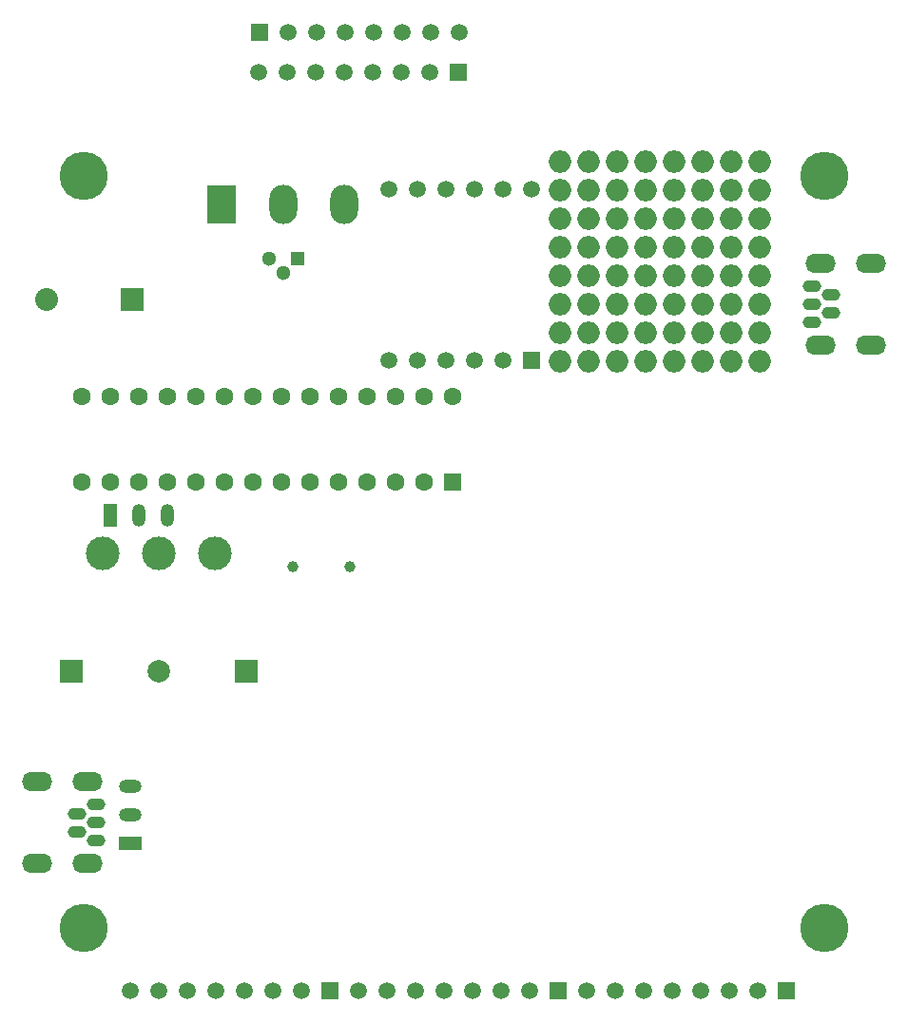
<source format=gbr>
%TF.GenerationSoftware,KiCad,Pcbnew,(6.0.0)*%
%TF.CreationDate,2023-02-05T23:32:21-08:00*%
%TF.ProjectId,Luciebox_v5,4c756369-6562-46f7-985f-76352e6b6963,rev?*%
%TF.SameCoordinates,Original*%
%TF.FileFunction,Soldermask,Bot*%
%TF.FilePolarity,Negative*%
%FSLAX46Y46*%
G04 Gerber Fmt 4.6, Leading zero omitted, Abs format (unit mm)*
G04 Created by KiCad (PCBNEW (6.0.0)) date 2023-02-05 23:32:21*
%MOMM*%
%LPD*%
G01*
G04 APERTURE LIST*
%ADD10R,2.000000X1.200000*%
%ADD11O,2.000000X1.200000*%
%ADD12C,4.300000*%
%ADD13C,1.000000*%
%ADD14O,1.650000X1.100000*%
%ADD15O,2.700000X1.700000*%
%ADD16R,1.300000X1.300000*%
%ADD17C,1.300000*%
%ADD18R,1.200000X2.000000*%
%ADD19O,1.200000X2.000000*%
%ADD20O,2.000000X2.000000*%
%ADD21R,2.500000X3.500000*%
%ADD22O,2.500000X3.500000*%
%ADD23R,1.500000X1.500000*%
%ADD24C,1.500000*%
%ADD25R,1.600000X1.600000*%
%ADD26C,1.600000*%
%ADD27C,2.000000*%
%ADD28R,2.000000X2.100000*%
%ADD29C,3.000000*%
%ADD30R,2.032000X2.032000*%
%ADD31C,2.032000*%
G04 APERTURE END LIST*
D10*
%TO.C,T5*%
X10160000Y-75438000D03*
D11*
X10160000Y-72898000D03*
X10160000Y-70358000D03*
%TD*%
D12*
%TO.C,H2*%
X6000000Y-83000000D03*
%TD*%
D13*
%TO.C,Y1*%
X29718000Y-50800000D03*
X24638000Y-50800000D03*
%TD*%
D12*
%TO.C,H3*%
X72000000Y-83000000D03*
%TD*%
%TO.C,H6*%
X6000000Y-16000000D03*
%TD*%
D14*
%TO.C,J1*%
X7150000Y-75218000D03*
X5450000Y-74418000D03*
X7150000Y-73618000D03*
X5450000Y-72818000D03*
X7150000Y-72018000D03*
D15*
X6360720Y-77268000D03*
X1850000Y-69968000D03*
X1850000Y-77268000D03*
X6360720Y-69968000D03*
%TD*%
D14*
%TO.C,J2*%
X70850000Y-25832000D03*
X72550000Y-26632000D03*
X70850000Y-27432000D03*
X72550000Y-28232000D03*
X70850000Y-29032000D03*
D15*
X71639280Y-31082000D03*
X76150000Y-23782000D03*
X76150000Y-31082000D03*
X71639280Y-23782000D03*
%TD*%
D16*
%TO.C,Q4*%
X25044400Y-23414400D03*
D17*
X23774400Y-24684400D03*
X22504400Y-23414400D03*
%TD*%
D12*
%TO.C,H1*%
X72000000Y-16000000D03*
%TD*%
D18*
%TO.C,T2*%
X8382000Y-46228000D03*
D19*
X10922000Y-46228000D03*
X13462000Y-46228000D03*
%TD*%
D20*
%TO.C,U2*%
X48425100Y-32562800D03*
X48412400Y-30022800D03*
X48425100Y-27482800D03*
X48437800Y-24942800D03*
X48425100Y-22402800D03*
X48412400Y-19862800D03*
X48425100Y-17322800D03*
X48412400Y-14782800D03*
X50965100Y-32562800D03*
X50952400Y-30022800D03*
X50965100Y-27482800D03*
X50977800Y-24942800D03*
X50965100Y-22402800D03*
X50952400Y-19862800D03*
X50965100Y-17322800D03*
X50952400Y-14782800D03*
X53505100Y-32562800D03*
X53492400Y-30022800D03*
X53505100Y-27482800D03*
X53517800Y-24942800D03*
X53505100Y-22402800D03*
X53492400Y-19862800D03*
X53505100Y-17322800D03*
X53492400Y-14782800D03*
X56045100Y-32562800D03*
X56032400Y-30022800D03*
X56045100Y-27482800D03*
X56057800Y-24942800D03*
X56045100Y-22402800D03*
X56032400Y-19862800D03*
X56045100Y-17322800D03*
X56032400Y-14782800D03*
X58585100Y-32562800D03*
X58572400Y-30022800D03*
X58585100Y-27482800D03*
X58597800Y-24942800D03*
X58585100Y-22402800D03*
X58572400Y-19862800D03*
X58585100Y-17322800D03*
X58572400Y-14782800D03*
X61125100Y-32562800D03*
X61112400Y-30022800D03*
X61125100Y-27482800D03*
X61137800Y-24942800D03*
X61125100Y-22402800D03*
X61112400Y-19862800D03*
X61125100Y-17322800D03*
X61112400Y-14782800D03*
X63665100Y-32562800D03*
X63652400Y-30022800D03*
X63665100Y-27482800D03*
X63677800Y-24942800D03*
X63665100Y-22402800D03*
X63652400Y-19862800D03*
X63665100Y-17322800D03*
X63652400Y-14782800D03*
X66205100Y-32562800D03*
X66192400Y-30022800D03*
X66205100Y-27482800D03*
X66217800Y-24942800D03*
X66205100Y-22402800D03*
X66192400Y-19862800D03*
X66205100Y-17322800D03*
X66192400Y-14782800D03*
%TD*%
D21*
%TO.C,Q3*%
X18299400Y-18591600D03*
D22*
X23774400Y-18591600D03*
X29249400Y-18591600D03*
%TD*%
D23*
%TO.C,T7*%
X39390000Y-6750000D03*
D24*
X36850000Y-6750000D03*
X34310000Y-6750000D03*
X31770000Y-6750000D03*
X29230000Y-6750000D03*
X26690000Y-6750000D03*
X24150000Y-6750000D03*
X21610000Y-6750000D03*
%TD*%
D23*
%TO.C,T1*%
X48260000Y-88620000D03*
D24*
X45720000Y-88620000D03*
X43180000Y-88620000D03*
X40640000Y-88620000D03*
X38100000Y-88620000D03*
X35560000Y-88620000D03*
X33020000Y-88620000D03*
X30480000Y-88620000D03*
%TD*%
D23*
%TO.C,U1*%
X45940000Y-32440000D03*
D24*
X43400000Y-32440000D03*
X40860000Y-32440000D03*
X38320000Y-32440000D03*
X35780000Y-32440000D03*
X33240000Y-32440000D03*
X33240000Y-17200000D03*
X35780000Y-17200000D03*
X38320000Y-17200000D03*
X40860000Y-17200000D03*
X43400000Y-17200000D03*
X45940000Y-17200000D03*
%TD*%
D25*
%TO.C,U3*%
X38855000Y-43250000D03*
D26*
X36315000Y-43250000D03*
X33775000Y-43250000D03*
X31235000Y-43250000D03*
X28695000Y-43250000D03*
X26155000Y-43250000D03*
X23615000Y-43250000D03*
X21075000Y-43250000D03*
X18535000Y-43250000D03*
X15995000Y-43250000D03*
X13455000Y-43250000D03*
X10915000Y-43250000D03*
X8375000Y-43250000D03*
X5835000Y-43250000D03*
X5835000Y-35630000D03*
X8375000Y-35630000D03*
X10915000Y-35630000D03*
X13455000Y-35630000D03*
X15995000Y-35630000D03*
X18535000Y-35630000D03*
X21075000Y-35630000D03*
X23615000Y-35630000D03*
X26155000Y-35630000D03*
X28695000Y-35630000D03*
X31235000Y-35630000D03*
X33775000Y-35630000D03*
X36315000Y-35630000D03*
X38855000Y-35630000D03*
%TD*%
D27*
%TO.C,S1*%
X12700000Y-60140000D03*
D28*
X20500000Y-60140000D03*
X4900000Y-60140000D03*
D29*
X7700000Y-49640000D03*
X12700000Y-49640000D03*
X17700000Y-49640000D03*
%TD*%
D23*
%TO.C,T6*%
X27940000Y-88620000D03*
D24*
X25400000Y-88620000D03*
X22860000Y-88620000D03*
X20320000Y-88620000D03*
X17780000Y-88620000D03*
X15240000Y-88620000D03*
X12700000Y-88620000D03*
X10160000Y-88620000D03*
%TD*%
D23*
%TO.C,T8*%
X21670000Y-3250000D03*
D24*
X24210000Y-3250000D03*
X26750000Y-3250000D03*
X29290000Y-3250000D03*
X31830000Y-3250000D03*
X34370000Y-3250000D03*
X36910000Y-3250000D03*
X39450000Y-3250000D03*
%TD*%
D23*
%TO.C,T4*%
X68580000Y-88620000D03*
D24*
X66040000Y-88620000D03*
X63500000Y-88620000D03*
X60960000Y-88620000D03*
X58420000Y-88620000D03*
X55880000Y-88620000D03*
X53340000Y-88620000D03*
X50800000Y-88620000D03*
%TD*%
D30*
%TO.C,BZ1*%
X10310000Y-27000000D03*
D31*
X2690000Y-27000000D03*
%TD*%
M02*

</source>
